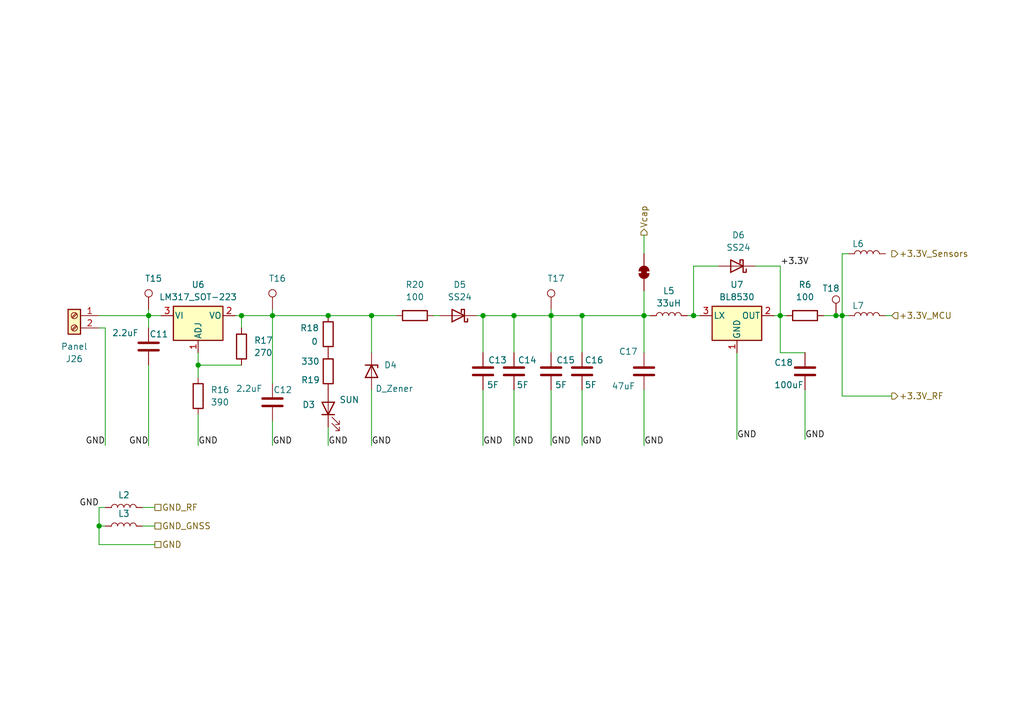
<source format=kicad_sch>
(kicad_sch (version 20231120) (generator "eeschema") (generator_version "8.0")
  (paper "A5")
  (title_block (title "Power Handler") (date "2024-11-03") (rev "1.0"))
  (lib_symbols
    (symbol "Connector:Screw_Terminal_01x02" (pin_names (offset 1.016) hide)
      (property "Reference" "J" (at 0 2.54 0))
      (property "Value" "Screw_Terminal_01x02" (at 0 -5.08 0))
      (symbol "Screw_Terminal_01x02_1_1"
        (rectangle (start -1.27 1.27) (end 1.27 -3.81) (stroke (width 0.254)) (fill (type background)))
        (circle (center 0 -2.54) (radius 0.635) (stroke (width 0.1524)))
        (polyline (pts (xy -0.5334 -2.2098) (xy 0.3302 -3.048)) (stroke (width 0.1524)))
        (polyline (pts (xy -0.5334 0.3302) (xy 0.3302 -0.508)) (stroke (width 0.1524)))
        (polyline (pts (xy -0.3556 -2.032) (xy 0.508 -2.8702)) (stroke (width 0.1524)))
        (polyline (pts (xy -0.3556 0.508) (xy 0.508 -0.3302)) (stroke (width 0.1524)))
        (circle (center 0 0) (radius 0.635) (stroke (width 0.1524)))
        (pin passive line (at -5.08 0 0) (length 3.81) (name "Pin_1") (number "1"))
        (pin passive line (at -5.08 -2.54 0) (length 3.81) (name "Pin_2") (number "2"))
      )
    )
    (symbol "Connector:TestPoint" (pin_numbers hide) (pin_names (offset 0.762) hide)
      (property "Reference" "TP" (at 0 6.858 0))
      (property "Value" "TestPoint" (at 0 5.08 0))
      (symbol "TestPoint_0_1"
        (circle (center 0 3.302) (radius 0.762))
      )
      (symbol "TestPoint_1_1"
        (pin passive line (at 0 0 90) (length 2.54) (name "1") (number "1"))
      )
    )
    (symbol "Device:C" (pin_numbers hide) (pin_names (offset 0.254))
      (property "Reference" "C" (at 0.635 2.54 0))
      (property "Value" "C" (at 0.635 -2.54 0))
      (symbol "C_0_1"
        (polyline (pts (xy -2.032 -0.762) (xy 2.032 -0.762)) (stroke (width 0.508)))
        (polyline (pts (xy -2.032 0.762) (xy 2.032 0.762)) (stroke (width 0.508)))
      )
      (symbol "C_1_1"
        (pin passive line (at 0 3.81 270) (length 2.794) (name "~") (number "1"))
        (pin passive line (at 0 -3.81 90) (length 2.794) (name "~") (number "2"))
      )
    )
    (symbol "Device:D_Zener" (pin_numbers hide) (pin_names (offset 1.016) hide)
      (property "Reference" "D" (at 0 2.54 0))
      (property "Value" "D_Zener" (at 0 -2.54 0))
      (symbol "D_Zener_0_1"
        (polyline (pts (xy 1.27 0) (xy -1.27 0)))
        (polyline (pts (xy -1.27 -1.27) (xy -1.27 1.27) (xy -0.762 1.27)) (stroke (width 0.254)))
        (polyline (pts (xy 1.27 -1.27) (xy 1.27 1.27) (xy -1.27 0) (xy 1.27 -1.27)) (stroke (width 0.254)))
      )
      (symbol "D_Zener_1_1"
        (pin passive line (at -3.81 0 0) (length 2.54) (name "K") (number "1"))
        (pin passive line (at 3.81 0 180) (length 2.54) (name "A") (number "2"))
      )
    )
    (symbol "Device:L" (pin_numbers hide) (pin_names (offset 1.016) hide)
      (property "Reference" "L" (at -1.27 0 90))
      (property "Value" "L" (at 1.905 0 90))
      (symbol "L_0_1"
        (arc (start 0 -2.54) (mid 0.6323 -1.905) (end 0 -1.27))
        (arc (start 0 -1.27) (mid 0.6323 -0.635) (end 0 0))
        (arc (start 0 0) (mid 0.6323 0.635) (end 0 1.27))
        (arc (start 0 1.27) (mid 0.6323 1.905) (end 0 2.54))
      )
      (symbol "L_1_1"
        (pin passive line (at 0 3.81 270) (length 1.27) (name "1") (number "1"))
        (pin passive line (at 0 -3.81 90) (length 1.27) (name "2") (number "2"))
      )
    )
    (symbol "Device:LED" (pin_numbers hide) (pin_names (offset 1.016) hide)
      (property "Reference" "D" (at 0 2.54 0))
      (property "Value" "LED" (at 0 -2.54 0))
      (symbol "LED_0_1"
        (polyline (pts (xy -1.27 -1.27) (xy -1.27 1.27)) (stroke (width 0.254)))
        (polyline (pts (xy -1.27 0) (xy 1.27 0)))
        (polyline (pts (xy 1.27 -1.27) (xy 1.27 1.27) (xy -1.27 0) (xy 1.27 -1.27)) (stroke (width 0.254)))
        (polyline (pts (xy -3.048 -0.762) (xy -4.572 -2.286) (xy -3.81 -2.286) (xy -4.572 -2.286) (xy -4.572 -1.524)))
        (polyline (pts (xy -1.778 -0.762) (xy -3.302 -2.286) (xy -2.54 -2.286) (xy -3.302 -2.286) (xy -3.302 -1.524)))
      )
      (symbol "LED_1_1"
        (pin passive line (at -3.81 0 0) (length 2.54) (name "K") (number "1"))
        (pin passive line (at 3.81 0 180) (length 2.54) (name "A") (number "2"))
      )
    )
    (symbol "Device:R" (pin_numbers hide) (pin_names (offset 0))
      (property "Reference" "R" (at 2.032 0 90))
      (property "Value" "R" (at 0 0 90))
      (symbol "R_0_1"
        (rectangle (start -1.016 -2.54) (end 1.016 2.54) (stroke (width 0.254)))
      )
      (symbol "R_1_1"
        (pin passive line (at 0 3.81 270) (length 1.27) (name "~") (number "1"))
        (pin passive line (at 0 -3.81 90) (length 1.27) (name "~") (number "2"))
      )
    )
    (symbol "Diode:B130-E3" (pin_numbers hide) (pin_names hide)
      (property "Reference" "D" (at 0 2.54 0))
      (property "Value" "B130-E3" (at 0 -2.54 0))
      (symbol "B130-E3_0_1"
        (polyline (pts (xy 1.27 0) (xy -1.27 0)))
        (polyline (pts (xy 1.27 1.27) (xy 1.27 -1.27) (xy -1.27 0) (xy 1.27 1.27)) (stroke (width 0.254)))
        (polyline (pts (xy -1.905 0.635) (xy -1.905 1.27) (xy -1.27 1.27) (xy -1.27 -1.27) (xy -0.635 -1.27) (xy -0.635 -0.635)) (stroke (width 0.254)))
      )
      (symbol "B130-E3_1_1"
        (pin passive line (at -3.81 0 0) (length 2.54) (name "K") (number "1"))
        (pin passive line (at 3.81 0 180) (length 2.54) (name "A") (number "2"))
      )
    )
    (symbol "Jumper:SolderJumper_2_Bridged" (pin_numbers hide) (pin_names (offset 0) hide) (exclude_from_sim yes) (in_bom no)
      (property "Reference" "JP" (at 0 2.032 0))
      (property "Value" "SolderJumper_2_Bridged" (at 0 -2.54 0))
      (symbol "SolderJumper_2_Bridged_0_1"
        (rectangle (start -0.508 0.508) (end 0.508 -0.508) (fill (type outline)))
        (arc (start -0.254 1.016) (mid -1.2656 0) (end -0.254 -1.016))
        (arc (start -0.254 1.016) (mid -1.2656 0) (end -0.254 -1.016) (fill (type outline)))
        (polyline (pts (xy -0.254 1.016) (xy -0.254 -1.016)))
        (polyline (pts (xy 0.254 1.016) (xy 0.254 -1.016)))
        (arc (start 0.254 -1.016) (mid 1.2656 0) (end 0.254 1.016))
        (arc (start 0.254 -1.016) (mid 1.2656 0) (end 0.254 1.016) (fill (type outline)))
      )
      (symbol "SolderJumper_2_Bridged_1_1"
        (pin passive line (at -3.81 0 0) (length 2.54) (name "A") (number "1"))
        (pin passive line (at 3.81 0 180) (length 2.54) (name "B") (number "2"))
      )
    )
    (symbol "Regulator_Linear:AP130-15Y" (pin_names (offset 0.254))
      (property "Reference" "U12" (at 0 6.35 0))
      (property "Value" "BL8530" (at 0 3.81 0))
      (symbol "AP130-15Y_0_1"
        (rectangle (start -5.08 1.905) (end 5.08 -5.08) (stroke (width 0.254)) (fill (type background)))
      )
      (symbol "AP130-15Y_1_1"
        (pin power_in line (at 0 -7.62 90) (length 2.54) (name "GND") (number "1"))
        (pin power_out line (at 7.62 0 180) (length 2.54) (name "OUT") (number "2"))
        (pin power_in line (at -7.62 0 0) (length 2.54) (name "LX") (number "3"))
      )
    )
    (symbol "Regulator_Linear:LM317_SOT-223" (pin_names (offset 0.254))
      (property "Reference" "U" (at -3.81 3.175 0))
      (property "Value" "LM317_SOT-223" (at 0 3.175 0))
      (symbol "LM317_SOT-223_0_1"
        (rectangle (start -5.08 1.905) (end 5.08 -5.08) (stroke (width 0.254)) (fill (type background)))
      )
      (symbol "LM317_SOT-223_1_1"
        (pin input line (at 0 -7.62 90) (length 2.54) (name "ADJ") (number "1"))
        (pin power_out line (at 7.62 0 180) (length 2.54) (name "VO") (number "2"))
        (pin power_in line (at -7.62 0 0) (length 2.54) (name "VI") (number "3"))
      )
    )
  )
  (junction (at 105.41 64.77))
  (junction (at 160.02 64.77))
  (junction (at 113.03 64.77))
  (junction (at 99.06 64.77))
  (junction (at 20.32 107.95))
  (junction (at 76.2 64.77))
  (junction (at 132.08 64.77))
  (junction (at 40.64 74.93))
  (junction (at 55.88 64.77))
  (junction (at 119.38 64.77))
  (junction (at 67.31 64.77))
  (junction (at 30.48 64.77))
  (junction (at 142.24 64.77))
  (junction (at 49.53 64.77))
  (junction (at 171.45 64.77))
  (junction (at 172.72 64.77))
  (wire (pts (xy 165.1 80.01) (xy 165.1 90.17)))
  (wire (pts (xy 20.32 104.14) (xy 21.59 104.14)))
  (wire (pts (xy 142.24 64.77) (xy 143.51 64.77)))
  (wire (pts (xy 29.21 104.14) (xy 31.75 104.14)))
  (wire (pts (xy 55.88 86.36) (xy 55.88 91.44)))
  (wire (pts (xy 88.9 64.77) (xy 90.17 64.77)))
  (wire (pts (xy 132.08 59.69) (xy 132.08 64.77)))
  (wire (pts (xy 55.88 64.77) (xy 67.31 64.77)))
  (wire (pts (xy 40.64 72.39) (xy 40.64 74.93)))
  (wire (pts (xy 55.88 78.74) (xy 55.88 64.77)))
  (wire (pts (xy 140.97 64.77) (xy 142.24 64.77)))
  (wire (pts (xy 105.41 64.77) (xy 113.03 64.77)))
  (wire (pts (xy 29.21 107.95) (xy 31.75 107.95)))
  (wire (pts (xy 99.06 72.39) (xy 99.06 64.77)))
  (wire (pts (xy 160.02 64.77) (xy 158.75 64.77)))
  (wire (pts (xy 168.91 64.77) (xy 171.45 64.77)))
  (wire (pts (xy 30.48 63.5) (xy 30.48 64.77)))
  (wire (pts (xy 105.41 64.77) (xy 105.41 72.39)))
  (wire (pts (xy 113.03 63.5) (xy 113.03 64.77)))
  (wire (pts (xy 49.53 74.93) (xy 40.64 74.93)))
  (wire (pts (xy 31.75 111.76) (xy 20.32 111.76)))
  (wire (pts (xy 99.06 80.01) (xy 99.06 91.44)))
  (wire (pts (xy 21.59 107.95) (xy 20.32 107.95)))
  (wire (pts (xy 171.45 64.77) (xy 172.72 64.77)))
  (wire (pts (xy 20.32 111.76) (xy 20.32 107.95)))
  (wire (pts (xy 113.03 64.77) (xy 113.03 72.39)))
  (wire (pts (xy 49.53 64.77) (xy 55.88 64.77)))
  (wire (pts (xy 30.48 64.77) (xy 30.48 67.31)))
  (wire (pts (xy 67.31 87.63) (xy 67.31 91.44)))
  (wire (pts (xy 181.61 64.77) (xy 182.88 64.77)))
  (wire (pts (xy 172.72 64.77) (xy 173.99 64.77)))
  (wire (pts (xy 154.94 54.61) (xy 160.02 54.61)))
  (wire (pts (xy 20.32 64.77) (xy 30.48 64.77)))
  (wire (pts (xy 165.1 72.39) (xy 160.02 72.39)))
  (wire (pts (xy 132.08 64.77) (xy 133.35 64.77)))
  (wire (pts (xy 76.2 80.01) (xy 76.2 91.44)))
  (wire (pts (xy 172.72 52.07) (xy 172.72 64.77)))
  (wire (pts (xy 173.99 52.07) (xy 172.72 52.07)))
  (wire (pts (xy 142.24 54.61) (xy 142.24 64.77)))
  (wire (pts (xy 20.32 104.14) (xy 20.32 107.95)))
  (wire (pts (xy 132.08 80.01) (xy 132.08 91.44)))
  (wire (pts (xy 21.59 67.31) (xy 20.32 67.31)))
  (wire (pts (xy 40.64 74.93) (xy 40.64 77.47)))
  (wire (pts (xy 21.59 91.44) (xy 21.59 67.31)))
  (wire (pts (xy 76.2 64.77) (xy 76.2 72.39)))
  (wire (pts (xy 99.06 64.77) (xy 105.41 64.77)))
  (wire (pts (xy 119.38 64.77) (xy 132.08 64.77)))
  (wire (pts (xy 30.48 64.77) (xy 33.02 64.77)))
  (wire (pts (xy 76.2 64.77) (xy 81.28 64.77)))
  (wire (pts (xy 48.26 64.77) (xy 49.53 64.77)))
  (wire (pts (xy 113.03 64.77) (xy 119.38 64.77)))
  (wire (pts (xy 97.79 64.77) (xy 99.06 64.77)))
  (wire (pts (xy 113.03 80.01) (xy 113.03 91.44)))
  (wire (pts (xy 49.53 64.77) (xy 49.53 67.31)))
  (wire (pts (xy 119.38 80.01) (xy 119.38 91.44)))
  (wire (pts (xy 172.72 64.77) (xy 172.72 81.28)))
  (wire (pts (xy 132.08 48.26) (xy 132.08 52.07)))
  (wire (pts (xy 147.32 54.61) (xy 142.24 54.61)))
  (wire (pts (xy 151.13 72.39) (xy 151.13 90.17)))
  (wire (pts (xy 160.02 72.39) (xy 160.02 64.77)))
  (wire (pts (xy 161.29 64.77) (xy 160.02 64.77)))
  (wire (pts (xy 55.88 63.5) (xy 55.88 64.77)))
  (wire (pts (xy 40.64 85.09) (xy 40.64 91.44)))
  (wire (pts (xy 67.31 64.77) (xy 76.2 64.77)))
  (wire (pts (xy 30.48 74.93) (xy 30.48 91.44)))
  (wire (pts (xy 172.72 81.28) (xy 182.88 81.28)))
  (wire (pts (xy 119.38 64.77) (xy 119.38 72.39)))
  (wire (pts (xy 105.41 80.01) (xy 105.41 91.44)))
  (wire (pts (xy 160.02 54.61) (xy 160.02 64.77)))
  (wire (pts (xy 132.08 64.77) (xy 132.08 72.39)))
  (label "GND" (at 113.03 91.44 0))
  (label "GND" (at 76.2 91.44 0))
  (label "GND" (at 30.48 91.44 180))
  (label "GND" (at 105.41 91.44 0))
  (label "GND" (at 20.32 104.14 180))
  (label "GND" (at 119.38 91.44 0))
  (label "GND" (at 132.08 91.44 0))
  (label "GND" (at 165.1 90.17 0))
  (label "GND" (at 67.31 91.44 0))
  (label "GND" (at 55.88 91.44 0))
  (label "GND" (at 151.13 90.17 0))
  (label "GND" (at 40.64 91.44 0))
  (label "+3.3V" (at 160.02 54.61 0))
  (label "GND" (at 21.59 91.44 180))
  (label "GND" (at 99.06 91.44 0))
  (hierarchical_label "+3.3V_Sensors" (shape output) (at 182.88 52.07 0))
  (hierarchical_label "+3.3V_MCU" (shape input) (at 182.88 64.77 0))
  (hierarchical_label "GND_GNSS" (shape passive) (at 31.75 107.95 0))
  (hierarchical_label "+3.3V_RF" (shape output) (at 182.88 81.28 0))
  (hierarchical_label "GND" (shape passive) (at 31.75 111.76 0))
  (hierarchical_label "Vcap" (shape output) (at 132.08 48.26 90))
  (hierarchical_label "GND_RF" (shape passive) (at 31.75 104.14 0))
  (symbol (lib_id "Device:L") (at 177.8 52.07 90) (unit 1)
    (property "Reference" "L6" (at 174.752 50.038 90) (effects (justify right)))
    (property "Value" "MPZ1608S101ATAH0" (effects (hide yes)))
    (property "Footprint" "Inductor_SMD:L_0603_1608Metric" (effects (hide yes)))
    (property "Description" "Inductor" (effects (hide yes)))
  )
  (symbol (lib_id "Jumper:SolderJumper_2_Bridged") (at 132.08 55.88 90) (unit 1) (exclude_from_sim yes) (in_bom no)
    (property "Reference" "J39" (effects (hide yes)))
    (property "Value" "SolderJumper_2_Bridged" (effects (hide yes)))
    (property "Footprint" "Jumper:SolderJumper-2_P1.3mm_Bridged_Pad1.0x1.5mm" (effects (hide yes)))
    (property "Description" "Solder Jumper, 2-pole, closed/bridged" (effects (hide yes)))
  )
  (symbol (lib_id "Device:C") (at 113.03 76.2 0) (unit 1)
    (property "Reference" "C15" (at 114.046 73.914 0) (effects (justify left)))
    (property "Value" "5F" (at 113.792 78.994 0) (effects (justify left)))
    (property "Footprint" "Capacitor_THT:C_Radial_D10.0mm_H20.0mm_P5.00mm" (effects (hide yes)))
  )
  (symbol (lib_id "Diode:B130-E3") (at 93.98 64.77 180) (unit 1)
    (property "Reference" "D5" (at 94.2975 58.42 0))
    (property "Value" "SS24" (at 94.2975 60.96 0))
    (property "Footprint" "Diode_SMD:D_SMA" (effects (hide yes)))
    (property "Datasheet" "http://www.vishay.com/docs/88946/b120.pdf" (effects (hide yes)))
    (property "Description" "30V 1A Schottky Barrier Rectifier Diode, SMA(DO-214AC)" (effects (hide yes)))
  )
  (symbol (lib_id "Device:C") (at 55.88 82.55 180) (unit 1)
    (property "Reference" "C12" (at 59.944 80.01 0) (effects (justify left)))
    (property "Value" "2.2uF" (at 53.848 79.756 0) (effects (justify left)))
    (property "Footprint" "Capacitor_SMD:C_0603_1608Metric" (effects (hide yes)))
  )
  (symbol (lib_id "Device:LED") (at 67.31 83.82 90) (unit 1)
    (property "Reference" "D3" (at 61.976 83.058 90) (effects (justify right)))
    (property "Value" "SUN" (at 69.596 82.042 90) (effects (justify right)))
    (property "Footprint" "LED_SMD:LED_0603_1608Metric" (effects (hide yes)))
    (property "Description" "Light emitting diode" (effects (hide yes)))
  )
  (symbol (lib_id "Device:R") (at 165.1 64.77 90) (unit 1)
    (property "Reference" "R6" (at 165.1 58.42 90))
    (property "Value" "100" (at 165.1 60.96 90))
    (property "Footprint" "Resistor_SMD:R_1206_3216Metric" (effects (hide yes)))
    (property "Description" "Resistor" (effects (hide yes)))
  )
  (symbol (lib_id "Device:R") (at 40.64 81.28 180) (unit 1)
    (property "Reference" "R16" (at 43.18 80.0099 0) (effects (justify right)))
    (property "Value" "390" (at 43.18 82.5499 0) (effects (justify right)))
    (property "Footprint" "Resistor_SMD:R_0603_1608Metric" (effects (hide yes)))
  )
  (symbol (lib_id "Regulator_Linear:AP130-15Y") (at 151.13 64.77 0) (unit 1)
    (property "Reference" "U7" (at 151.13 58.42 0))
    (property "Value" "BL8530" (at 151.13 60.96 0))
    (property "Footprint" "Package_TO_SOT_SMD:SOT-89-3" (effects (hide yes)))
    (property "Datasheet" "https://www.diodes.com/assets/Datasheets/AP130.pdf" (effects (hide yes)))
    (property "Description" "0.3A Low Dropout regulator, positive, 1.5V fixed output, SOT-89" (effects (hide yes)))
  )
  (symbol (lib_id "Device:R") (at 67.31 76.2 0) (mirror x) (unit 1)
    (property "Reference" "R19" (at 61.722 77.978 0) (effects (justify left)))
    (property "Value" "330" (at 61.722 74.168 0) (effects (justify left)))
    (property "Footprint" "Resistor_SMD:R_0603_1608Metric" (effects (hide yes)))
  )
  (symbol (lib_id "Device:C") (at 165.1 76.2 0) (unit 1)
    (property "Reference" "C18" (at 158.75 74.422 0) (effects (justify left)))
    (property "Value" "100uF" (at 158.75 78.994 0) (effects (justify left)))
    (property "Footprint" "Capacitor_SMD:CP_Elec_6.3x7.7" (effects (hide yes)))
  )
  (symbol (lib_id "Connector:TestPoint") (at 55.88 63.5 0) (unit 1)
    (property "Reference" "T16" (at 56.896 57.15 0))
    (property "Value" "TP" (effects (hide yes)))
    (property "Footprint" "TestPoint:TestPoint_Pad_D1.0mm" (effects (hide yes)))
    (property "Description" "test point" (effects (hide yes)))
  )
  (symbol (lib_id "Diode:B130-E3") (at 151.13 54.61 180) (unit 1)
    (property "Reference" "D6" (at 151.4475 48.26 0))
    (property "Value" "SS24" (at 151.4475 50.8 0))
    (property "Footprint" "Diode_SMD:D_SMA" (effects (hide yes)))
    (property "Datasheet" "http://www.vishay.com/docs/88946/b120.pdf" (effects (hide yes)))
    (property "Description" "30V 1A Schottky Barrier Rectifier Diode, SMA(DO-214AC)" (effects (hide yes)))
  )
  (symbol (lib_id "Device:D_Zener") (at 76.2 76.2 270) (unit 1)
    (property "Reference" "D4" (at 78.74 74.9299 90) (effects (justify left)))
    (property "Value" "D_Zener" (at 76.962 79.756 90) (effects (justify left)))
    (property "Footprint" "Diode_SMD:D_MiniMELF" (effects (hide yes)))
    (property "Description" "Zener diode" (effects (hide yes)))
  )
  (symbol (lib_id "Device:L") (at 177.8 64.77 90) (unit 1)
    (property "Reference" "L7" (at 174.752 62.738 90) (effects (justify right)))
    (property "Value" "MPZ1608S101ATAH0" (effects (hide yes)))
    (property "Footprint" "Inductor_SMD:L_0603_1608Metric" (effects (hide yes)))
    (property "Description" "Inductor" (effects (hide yes)))
  )
  (symbol (lib_id "Device:R") (at 67.31 68.58 180) (unit 1)
    (property "Reference" "R18" (at 63.5 67.31 0))
    (property "Value" "0" (at 64.516 70.104 0))
    (property "Footprint" "Resistor_SMD:R_0603_1608Metric" (effects (hide yes)))
  )
  (symbol (lib_id "Device:R") (at 49.53 71.12 180) (unit 1)
    (property "Reference" "R17" (at 52.07 69.8499 0) (effects (justify right)))
    (property "Value" "270" (at 52.07 72.3899 0) (effects (justify right)))
    (property "Footprint" "Resistor_SMD:R_0603_1608Metric" (effects (hide yes)))
  )
  (symbol (lib_id "Device:R") (at 85.09 64.77 90) (unit 1)
    (property "Reference" "R20" (at 85.09 58.42 90))
    (property "Value" "100" (at 85.09 60.96 90))
    (property "Footprint" "Resistor_SMD:R_1206_3216Metric" (effects (hide yes)))
    (property "Description" "Resistor" (effects (hide yes)))
  )
  (symbol (lib_id "Regulator_Linear:LM317_SOT-223") (at 40.64 64.77 0) (unit 1)
    (property "Reference" "U6" (at 40.64 58.42 0))
    (property "Value" "LM317_SOT-223" (at 40.64 60.96 0))
    (property "Footprint" "Package_TO_SOT_SMD:SOT-223-3_TabPin2" (effects (hide yes)))
    (property "Datasheet" "http://www.ti.com/lit/ds/symlink/lm317.pdf" (effects (hide yes)))
    (property "Description" "1.5A 35V Adjustable Linear Regulator, SOT-223" (effects (hide yes)))
  )
  (symbol (lib_id "Device:C") (at 105.41 76.2 0) (unit 1)
    (property "Reference" "C14" (at 106.172 73.914 0) (effects (justify left)))
    (property "Value" "5F" (at 105.918 78.994 0) (effects (justify left)))
    (property "Footprint" "Capacitor_THT:C_Radial_D10.0mm_H20.0mm_P5.00mm" (effects (hide yes)))
  )
  (symbol (lib_id "Device:L") (at 25.4 104.14 90) (unit 1)
    (property "Reference" "L2" (at 25.4 101.6 90))
    (property "Value" "MPZ1608S101ATAH0" (effects (hide yes)))
    (property "Footprint" "Inductor_SMD:L_0603_1608Metric" (effects (hide yes)))
    (property "Description" "Inductor" (effects (hide yes)))
  )
  (symbol (lib_id "Connector:Screw_Terminal_01x02") (at 15.24 64.77 0) (mirror y) (unit 1)
    (property "Reference" "J26" (at 15.24 73.66 0))
    (property "Value" "Panel" (at 15.24 71.12 0))
    (property "Footprint" "Connector_Phoenix_MSTB:PhoenixContact_MSTBA_2,5_2-G-5,08_1x02_P5.08mm_Horizontal" (effects (hide yes)))
  )
  (symbol (lib_id "Connector:TestPoint") (at 171.45 64.77 0) (unit 1)
    (property "Reference" "T18" (at 170.434 59.182 0))
    (property "Value" "TP" (effects (hide yes)))
    (property "Footprint" "TestPoint:TestPoint_Pad_D1.0mm" (effects (hide yes)))
    (property "Description" "test point" (effects (hide yes)))
  )
  (symbol (lib_id "Device:L") (at 25.4 107.95 90) (unit 1)
    (property "Reference" "L3" (at 25.4 105.41 90))
    (property "Value" "MPZ1608S101ATAH0" (effects (hide yes)))
    (property "Footprint" "Inductor_SMD:L_0603_1608Metric" (effects (hide yes)))
    (property "Description" "Inductor" (effects (hide yes)))
  )
  (symbol (lib_id "Connector:TestPoint") (at 113.03 63.5 0) (unit 1)
    (property "Reference" "T17" (at 114.046 57.15 0))
    (property "Value" "TP" (effects (hide yes)))
    (property "Footprint" "TestPoint:TestPoint_Pad_D1.0mm" (effects (hide yes)))
    (property "Description" "test point" (effects (hide yes)))
  )
  (symbol (lib_id "Device:C") (at 119.38 76.2 0) (unit 1)
    (property "Reference" "C16" (at 119.888 73.914 0) (effects (justify left)))
    (property "Value" "5F" (at 119.888 78.994 0) (effects (justify left)))
    (property "Footprint" "Capacitor_THT:C_Radial_D10.0mm_H20.0mm_P5.00mm" (effects (hide yes)))
  )
  (symbol (lib_id "Device:L") (at 137.16 64.77 90) (unit 1)
    (property "Reference" "L5" (at 137.16 59.69 90))
    (property "Value" "33uH" (at 137.16 62.23 90))
    (property "Footprint" "Inductor_SMD:L_Taiyo-Yuden_NR-50xx" (effects (hide yes)))
    (property "Description" "Inductor" (effects (hide yes)))
  )
  (symbol (lib_id "Device:C") (at 132.08 76.2 180) (unit 1)
    (property "Reference" "C17" (at 130.81 72.136 0) (effects (justify left)))
    (property "Value" "47uF" (at 130.302 79.248 0) (effects (justify left)))
    (property "Footprint" "Capacitor_SMD:C_0603_1608Metric" (effects (hide yes)))
  )
  (symbol (lib_id "Device:C") (at 30.48 71.12 180) (unit 1)
    (property "Reference" "C11" (at 34.544 68.58 0) (effects (justify left)))
    (property "Value" "2.2uF" (at 28.448 68.326 0) (effects (justify left)))
    (property "Footprint" "Capacitor_SMD:C_0603_1608Metric" (effects (hide yes)))
  )
  (symbol (lib_id "Device:C") (at 99.06 76.2 0) (unit 1)
    (property "Reference" "C13" (at 100.076 73.914 0) (effects (justify left)))
    (property "Value" "5F" (at 99.822 78.994 0) (effects (justify left)))
    (property "Footprint" "Capacitor_THT:C_Radial_D10.0mm_H20.0mm_P5.00mm" (effects (hide yes)))
  )
  (symbol (lib_id "Connector:TestPoint") (at 30.48 63.5 0) (unit 1)
    (property "Reference" "T15" (at 31.496 57.15 0))
    (property "Value" "TP" (effects (hide yes)))
    (property "Footprint" "TestPoint:TestPoint_Pad_D1.0mm" (effects (hide yes)))
    (property "Description" "test point" (effects (hide yes)))
  )
)
</source>
